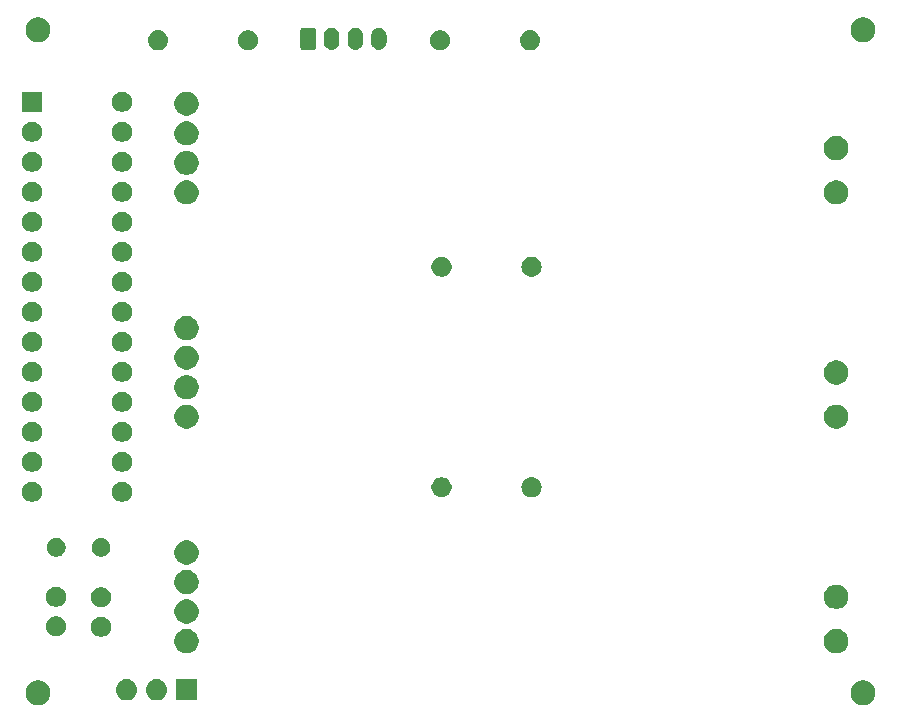
<source format=gbr>
G04 #@! TF.GenerationSoftware,KiCad,Pcbnew,(5.1.4-0-10_14)*
G04 #@! TF.CreationDate,2020-03-12T21:14:11-05:00*
G04 #@! TF.ProjectId,I2C_Front_Forearm_Mini,4932435f-4672-46f6-9e74-5f466f726561,rev?*
G04 #@! TF.SameCoordinates,Original*
G04 #@! TF.FileFunction,Soldermask,Bot*
G04 #@! TF.FilePolarity,Negative*
%FSLAX46Y46*%
G04 Gerber Fmt 4.6, Leading zero omitted, Abs format (unit mm)*
G04 Created by KiCad (PCBNEW (5.1.4-0-10_14)) date 2020-03-12 21:14:11*
%MOMM*%
%LPD*%
G04 APERTURE LIST*
%ADD10C,0.100000*%
G04 APERTURE END LIST*
D10*
G36*
X190679564Y-133482389D02*
G01*
X190870833Y-133561615D01*
X190870835Y-133561616D01*
X190926507Y-133598815D01*
X191042973Y-133676635D01*
X191189365Y-133823027D01*
X191304385Y-133995167D01*
X191383611Y-134186436D01*
X191424000Y-134389484D01*
X191424000Y-134596516D01*
X191383611Y-134799564D01*
X191304385Y-134990833D01*
X191304384Y-134990835D01*
X191189365Y-135162973D01*
X191042973Y-135309365D01*
X190870835Y-135424384D01*
X190870834Y-135424385D01*
X190870833Y-135424385D01*
X190679564Y-135503611D01*
X190476516Y-135544000D01*
X190269484Y-135544000D01*
X190066436Y-135503611D01*
X189875167Y-135424385D01*
X189875166Y-135424385D01*
X189875165Y-135424384D01*
X189703027Y-135309365D01*
X189556635Y-135162973D01*
X189441616Y-134990835D01*
X189441615Y-134990833D01*
X189362389Y-134799564D01*
X189322000Y-134596516D01*
X189322000Y-134389484D01*
X189362389Y-134186436D01*
X189441615Y-133995167D01*
X189556635Y-133823027D01*
X189703027Y-133676635D01*
X189819493Y-133598815D01*
X189875165Y-133561616D01*
X189875167Y-133561615D01*
X190066436Y-133482389D01*
X190269484Y-133442000D01*
X190476516Y-133442000D01*
X190679564Y-133482389D01*
X190679564Y-133482389D01*
G37*
G36*
X120829564Y-133482389D02*
G01*
X121020833Y-133561615D01*
X121020835Y-133561616D01*
X121076507Y-133598815D01*
X121192973Y-133676635D01*
X121339365Y-133823027D01*
X121454385Y-133995167D01*
X121533611Y-134186436D01*
X121574000Y-134389484D01*
X121574000Y-134596516D01*
X121533611Y-134799564D01*
X121454385Y-134990833D01*
X121454384Y-134990835D01*
X121339365Y-135162973D01*
X121192973Y-135309365D01*
X121020835Y-135424384D01*
X121020834Y-135424385D01*
X121020833Y-135424385D01*
X120829564Y-135503611D01*
X120626516Y-135544000D01*
X120419484Y-135544000D01*
X120216436Y-135503611D01*
X120025167Y-135424385D01*
X120025166Y-135424385D01*
X120025165Y-135424384D01*
X119853027Y-135309365D01*
X119706635Y-135162973D01*
X119591616Y-134990835D01*
X119591615Y-134990833D01*
X119512389Y-134799564D01*
X119472000Y-134596516D01*
X119472000Y-134389484D01*
X119512389Y-134186436D01*
X119591615Y-133995167D01*
X119706635Y-133823027D01*
X119853027Y-133676635D01*
X119969493Y-133598815D01*
X120025165Y-133561616D01*
X120025167Y-133561615D01*
X120216436Y-133482389D01*
X120419484Y-133442000D01*
X120626516Y-133442000D01*
X120829564Y-133482389D01*
X120829564Y-133482389D01*
G37*
G36*
X128126442Y-133344518D02*
G01*
X128192627Y-133351037D01*
X128362466Y-133402557D01*
X128518991Y-133486222D01*
X128554729Y-133515552D01*
X128656186Y-133598814D01*
X128720051Y-133676635D01*
X128768778Y-133736009D01*
X128852443Y-133892534D01*
X128903963Y-134062373D01*
X128921359Y-134239000D01*
X128903963Y-134415627D01*
X128852443Y-134585466D01*
X128768778Y-134741991D01*
X128739448Y-134777729D01*
X128656186Y-134879186D01*
X128554729Y-134962448D01*
X128518991Y-134991778D01*
X128362466Y-135075443D01*
X128192627Y-135126963D01*
X128126443Y-135133481D01*
X128060260Y-135140000D01*
X127971740Y-135140000D01*
X127905557Y-135133481D01*
X127839373Y-135126963D01*
X127669534Y-135075443D01*
X127513009Y-134991778D01*
X127477271Y-134962448D01*
X127375814Y-134879186D01*
X127292552Y-134777729D01*
X127263222Y-134741991D01*
X127179557Y-134585466D01*
X127128037Y-134415627D01*
X127110641Y-134239000D01*
X127128037Y-134062373D01*
X127179557Y-133892534D01*
X127263222Y-133736009D01*
X127311949Y-133676635D01*
X127375814Y-133598814D01*
X127477271Y-133515552D01*
X127513009Y-133486222D01*
X127669534Y-133402557D01*
X127839373Y-133351037D01*
X127905558Y-133344518D01*
X127971740Y-133338000D01*
X128060260Y-133338000D01*
X128126442Y-133344518D01*
X128126442Y-133344518D01*
G37*
G36*
X133997000Y-135140000D02*
G01*
X132195000Y-135140000D01*
X132195000Y-133338000D01*
X133997000Y-133338000D01*
X133997000Y-135140000D01*
X133997000Y-135140000D01*
G37*
G36*
X130666442Y-133344518D02*
G01*
X130732627Y-133351037D01*
X130902466Y-133402557D01*
X131058991Y-133486222D01*
X131094729Y-133515552D01*
X131196186Y-133598814D01*
X131260051Y-133676635D01*
X131308778Y-133736009D01*
X131392443Y-133892534D01*
X131443963Y-134062373D01*
X131461359Y-134239000D01*
X131443963Y-134415627D01*
X131392443Y-134585466D01*
X131308778Y-134741991D01*
X131279448Y-134777729D01*
X131196186Y-134879186D01*
X131094729Y-134962448D01*
X131058991Y-134991778D01*
X130902466Y-135075443D01*
X130732627Y-135126963D01*
X130666443Y-135133481D01*
X130600260Y-135140000D01*
X130511740Y-135140000D01*
X130445557Y-135133481D01*
X130379373Y-135126963D01*
X130209534Y-135075443D01*
X130053009Y-134991778D01*
X130017271Y-134962448D01*
X129915814Y-134879186D01*
X129832552Y-134777729D01*
X129803222Y-134741991D01*
X129719557Y-134585466D01*
X129668037Y-134415627D01*
X129650641Y-134239000D01*
X129668037Y-134062373D01*
X129719557Y-133892534D01*
X129803222Y-133736009D01*
X129851949Y-133676635D01*
X129915814Y-133598814D01*
X130017271Y-133515552D01*
X130053009Y-133486222D01*
X130209534Y-133402557D01*
X130379373Y-133351037D01*
X130445558Y-133344518D01*
X130511740Y-133338000D01*
X130600260Y-133338000D01*
X130666442Y-133344518D01*
X130666442Y-133344518D01*
G37*
G36*
X188395272Y-129135428D02*
G01*
X188581991Y-129212770D01*
X188581993Y-129212771D01*
X188750037Y-129325054D01*
X188892946Y-129467963D01*
X188993964Y-129619148D01*
X189005230Y-129636009D01*
X189082572Y-129822728D01*
X189122000Y-130020947D01*
X189122000Y-130223053D01*
X189082572Y-130421272D01*
X189005230Y-130607991D01*
X189005229Y-130607993D01*
X188892946Y-130776037D01*
X188750037Y-130918946D01*
X188581993Y-131031229D01*
X188581992Y-131031230D01*
X188581991Y-131031230D01*
X188395272Y-131108572D01*
X188197053Y-131148000D01*
X187994947Y-131148000D01*
X187796728Y-131108572D01*
X187610009Y-131031230D01*
X187610008Y-131031230D01*
X187610007Y-131031229D01*
X187441963Y-130918946D01*
X187299054Y-130776037D01*
X187186771Y-130607993D01*
X187186770Y-130607991D01*
X187109428Y-130421272D01*
X187070000Y-130223053D01*
X187070000Y-130020947D01*
X187109428Y-129822728D01*
X187186770Y-129636009D01*
X187198036Y-129619148D01*
X187299054Y-129467963D01*
X187441963Y-129325054D01*
X187610007Y-129212771D01*
X187610009Y-129212770D01*
X187796728Y-129135428D01*
X187994947Y-129096000D01*
X188197053Y-129096000D01*
X188395272Y-129135428D01*
X188395272Y-129135428D01*
G37*
G36*
X133395272Y-129135428D02*
G01*
X133581991Y-129212770D01*
X133581993Y-129212771D01*
X133750037Y-129325054D01*
X133892946Y-129467963D01*
X133993964Y-129619148D01*
X134005230Y-129636009D01*
X134082572Y-129822728D01*
X134122000Y-130020947D01*
X134122000Y-130223053D01*
X134082572Y-130421272D01*
X134005230Y-130607991D01*
X134005229Y-130607993D01*
X133892946Y-130776037D01*
X133750037Y-130918946D01*
X133581993Y-131031229D01*
X133581992Y-131031230D01*
X133581991Y-131031230D01*
X133395272Y-131108572D01*
X133197053Y-131148000D01*
X132994947Y-131148000D01*
X132796728Y-131108572D01*
X132610009Y-131031230D01*
X132610008Y-131031230D01*
X132610007Y-131031229D01*
X132441963Y-130918946D01*
X132299054Y-130776037D01*
X132186771Y-130607993D01*
X132186770Y-130607991D01*
X132109428Y-130421272D01*
X132070000Y-130223053D01*
X132070000Y-130020947D01*
X132109428Y-129822728D01*
X132186770Y-129636009D01*
X132198036Y-129619148D01*
X132299054Y-129467963D01*
X132441963Y-129325054D01*
X132610007Y-129212771D01*
X132610009Y-129212770D01*
X132796728Y-129135428D01*
X132994947Y-129096000D01*
X133197053Y-129096000D01*
X133395272Y-129135428D01*
X133395272Y-129135428D01*
G37*
G36*
X126105228Y-128086703D02*
G01*
X126260100Y-128150853D01*
X126399481Y-128243985D01*
X126518015Y-128362519D01*
X126611147Y-128501900D01*
X126675297Y-128656772D01*
X126708000Y-128821184D01*
X126708000Y-128988816D01*
X126675297Y-129153228D01*
X126611147Y-129308100D01*
X126518015Y-129447481D01*
X126399481Y-129566015D01*
X126260100Y-129659147D01*
X126105228Y-129723297D01*
X125940816Y-129756000D01*
X125773184Y-129756000D01*
X125608772Y-129723297D01*
X125453900Y-129659147D01*
X125314519Y-129566015D01*
X125195985Y-129447481D01*
X125102853Y-129308100D01*
X125038703Y-129153228D01*
X125006000Y-128988816D01*
X125006000Y-128821184D01*
X125038703Y-128656772D01*
X125102853Y-128501900D01*
X125195985Y-128362519D01*
X125314519Y-128243985D01*
X125453900Y-128150853D01*
X125608772Y-128086703D01*
X125773184Y-128054000D01*
X125940816Y-128054000D01*
X126105228Y-128086703D01*
X126105228Y-128086703D01*
G37*
G36*
X122295228Y-128046703D02*
G01*
X122450100Y-128110853D01*
X122589481Y-128203985D01*
X122708015Y-128322519D01*
X122801147Y-128461900D01*
X122865297Y-128616772D01*
X122898000Y-128781184D01*
X122898000Y-128948816D01*
X122865297Y-129113228D01*
X122801147Y-129268100D01*
X122708015Y-129407481D01*
X122589481Y-129526015D01*
X122450100Y-129619147D01*
X122295228Y-129683297D01*
X122130816Y-129716000D01*
X121963184Y-129716000D01*
X121798772Y-129683297D01*
X121643900Y-129619147D01*
X121504519Y-129526015D01*
X121385985Y-129407481D01*
X121292853Y-129268100D01*
X121228703Y-129113228D01*
X121196000Y-128948816D01*
X121196000Y-128781184D01*
X121228703Y-128616772D01*
X121292853Y-128461900D01*
X121385985Y-128322519D01*
X121504519Y-128203985D01*
X121643900Y-128110853D01*
X121798772Y-128046703D01*
X121963184Y-128014000D01*
X122130816Y-128014000D01*
X122295228Y-128046703D01*
X122295228Y-128046703D01*
G37*
G36*
X133395272Y-126635428D02*
G01*
X133581991Y-126712770D01*
X133581993Y-126712771D01*
X133750037Y-126825054D01*
X133892946Y-126967963D01*
X133993964Y-127119148D01*
X134005230Y-127136009D01*
X134082572Y-127322728D01*
X134122000Y-127520947D01*
X134122000Y-127723053D01*
X134082572Y-127921272D01*
X134027594Y-128054000D01*
X134005229Y-128107993D01*
X133892946Y-128276037D01*
X133750037Y-128418946D01*
X133581993Y-128531229D01*
X133581992Y-128531230D01*
X133581991Y-128531230D01*
X133395272Y-128608572D01*
X133197053Y-128648000D01*
X132994947Y-128648000D01*
X132796728Y-128608572D01*
X132610009Y-128531230D01*
X132610008Y-128531230D01*
X132610007Y-128531229D01*
X132441963Y-128418946D01*
X132299054Y-128276037D01*
X132186771Y-128107993D01*
X132164406Y-128054000D01*
X132109428Y-127921272D01*
X132070000Y-127723053D01*
X132070000Y-127520947D01*
X132109428Y-127322728D01*
X132186770Y-127136009D01*
X132198036Y-127119148D01*
X132299054Y-126967963D01*
X132441963Y-126825054D01*
X132610007Y-126712771D01*
X132610009Y-126712770D01*
X132796728Y-126635428D01*
X132994947Y-126596000D01*
X133197053Y-126596000D01*
X133395272Y-126635428D01*
X133395272Y-126635428D01*
G37*
G36*
X188395272Y-125385428D02*
G01*
X188581991Y-125462770D01*
X188581993Y-125462771D01*
X188750037Y-125575054D01*
X188892946Y-125717963D01*
X189005229Y-125886007D01*
X189005230Y-125886009D01*
X189082572Y-126072728D01*
X189122000Y-126270947D01*
X189122000Y-126473053D01*
X189082572Y-126671272D01*
X189018873Y-126825054D01*
X189005229Y-126857993D01*
X188892946Y-127026037D01*
X188750037Y-127168946D01*
X188581993Y-127281229D01*
X188581992Y-127281230D01*
X188581991Y-127281230D01*
X188395272Y-127358572D01*
X188197053Y-127398000D01*
X187994947Y-127398000D01*
X187796728Y-127358572D01*
X187610009Y-127281230D01*
X187610008Y-127281230D01*
X187610007Y-127281229D01*
X187441963Y-127168946D01*
X187299054Y-127026037D01*
X187186771Y-126857993D01*
X187173127Y-126825054D01*
X187109428Y-126671272D01*
X187070000Y-126473053D01*
X187070000Y-126270947D01*
X187109428Y-126072728D01*
X187186770Y-125886009D01*
X187186771Y-125886007D01*
X187299054Y-125717963D01*
X187441963Y-125575054D01*
X187610007Y-125462771D01*
X187610009Y-125462770D01*
X187796728Y-125385428D01*
X187994947Y-125346000D01*
X188197053Y-125346000D01*
X188395272Y-125385428D01*
X188395272Y-125385428D01*
G37*
G36*
X126105228Y-125586703D02*
G01*
X126260100Y-125650853D01*
X126399481Y-125743985D01*
X126518015Y-125862519D01*
X126611147Y-126001900D01*
X126675297Y-126156772D01*
X126708000Y-126321184D01*
X126708000Y-126488816D01*
X126675297Y-126653228D01*
X126611147Y-126808100D01*
X126518015Y-126947481D01*
X126399481Y-127066015D01*
X126260100Y-127159147D01*
X126105228Y-127223297D01*
X125940816Y-127256000D01*
X125773184Y-127256000D01*
X125608772Y-127223297D01*
X125453900Y-127159147D01*
X125314519Y-127066015D01*
X125195985Y-126947481D01*
X125102853Y-126808100D01*
X125038703Y-126653228D01*
X125006000Y-126488816D01*
X125006000Y-126321184D01*
X125038703Y-126156772D01*
X125102853Y-126001900D01*
X125195985Y-125862519D01*
X125314519Y-125743985D01*
X125453900Y-125650853D01*
X125608772Y-125586703D01*
X125773184Y-125554000D01*
X125940816Y-125554000D01*
X126105228Y-125586703D01*
X126105228Y-125586703D01*
G37*
G36*
X122295228Y-125546703D02*
G01*
X122450100Y-125610853D01*
X122589481Y-125703985D01*
X122708015Y-125822519D01*
X122801147Y-125961900D01*
X122865297Y-126116772D01*
X122898000Y-126281184D01*
X122898000Y-126448816D01*
X122865297Y-126613228D01*
X122801147Y-126768100D01*
X122708015Y-126907481D01*
X122589481Y-127026015D01*
X122450100Y-127119147D01*
X122295228Y-127183297D01*
X122130816Y-127216000D01*
X121963184Y-127216000D01*
X121798772Y-127183297D01*
X121643900Y-127119147D01*
X121504519Y-127026015D01*
X121385985Y-126907481D01*
X121292853Y-126768100D01*
X121228703Y-126613228D01*
X121196000Y-126448816D01*
X121196000Y-126281184D01*
X121228703Y-126116772D01*
X121292853Y-125961900D01*
X121385985Y-125822519D01*
X121504519Y-125703985D01*
X121643900Y-125610853D01*
X121798772Y-125546703D01*
X121963184Y-125514000D01*
X122130816Y-125514000D01*
X122295228Y-125546703D01*
X122295228Y-125546703D01*
G37*
G36*
X133395272Y-124135428D02*
G01*
X133581991Y-124212770D01*
X133581993Y-124212771D01*
X133750037Y-124325054D01*
X133892946Y-124467963D01*
X134005229Y-124636007D01*
X134005230Y-124636009D01*
X134082572Y-124822728D01*
X134122000Y-125020947D01*
X134122000Y-125223053D01*
X134082572Y-125421272D01*
X134027594Y-125554000D01*
X134005229Y-125607993D01*
X133892946Y-125776037D01*
X133750037Y-125918946D01*
X133581993Y-126031229D01*
X133581992Y-126031230D01*
X133581991Y-126031230D01*
X133395272Y-126108572D01*
X133197053Y-126148000D01*
X132994947Y-126148000D01*
X132796728Y-126108572D01*
X132610009Y-126031230D01*
X132610008Y-126031230D01*
X132610007Y-126031229D01*
X132441963Y-125918946D01*
X132299054Y-125776037D01*
X132186771Y-125607993D01*
X132164406Y-125554000D01*
X132109428Y-125421272D01*
X132070000Y-125223053D01*
X132070000Y-125020947D01*
X132109428Y-124822728D01*
X132186770Y-124636009D01*
X132186771Y-124636007D01*
X132299054Y-124467963D01*
X132441963Y-124325054D01*
X132610007Y-124212771D01*
X132610009Y-124212770D01*
X132796728Y-124135428D01*
X132994947Y-124096000D01*
X133197053Y-124096000D01*
X133395272Y-124135428D01*
X133395272Y-124135428D01*
G37*
G36*
X133395272Y-121635428D02*
G01*
X133581991Y-121712770D01*
X133581993Y-121712771D01*
X133750037Y-121825054D01*
X133892946Y-121967963D01*
X133977901Y-122095108D01*
X134005230Y-122136009D01*
X134082572Y-122322728D01*
X134122000Y-122520947D01*
X134122000Y-122723053D01*
X134082572Y-122921272D01*
X134060317Y-122975000D01*
X134005229Y-123107993D01*
X133892946Y-123276037D01*
X133750037Y-123418946D01*
X133581993Y-123531229D01*
X133581992Y-123531230D01*
X133581991Y-123531230D01*
X133395272Y-123608572D01*
X133197053Y-123648000D01*
X132994947Y-123648000D01*
X132796728Y-123608572D01*
X132610009Y-123531230D01*
X132610008Y-123531230D01*
X132610007Y-123531229D01*
X132441963Y-123418946D01*
X132299054Y-123276037D01*
X132186771Y-123107993D01*
X132131683Y-122975000D01*
X132109428Y-122921272D01*
X132070000Y-122723053D01*
X132070000Y-122520947D01*
X132109428Y-122322728D01*
X132186770Y-122136009D01*
X132214099Y-122095108D01*
X132299054Y-121967963D01*
X132441963Y-121825054D01*
X132610007Y-121712771D01*
X132610009Y-121712770D01*
X132796728Y-121635428D01*
X132994947Y-121596000D01*
X133197053Y-121596000D01*
X133395272Y-121635428D01*
X133395272Y-121635428D01*
G37*
G36*
X122290642Y-121403781D02*
G01*
X122436414Y-121464162D01*
X122436416Y-121464163D01*
X122567608Y-121551822D01*
X122679178Y-121663392D01*
X122766837Y-121794584D01*
X122766838Y-121794586D01*
X122827219Y-121940358D01*
X122858000Y-122095107D01*
X122858000Y-122252893D01*
X122827219Y-122407642D01*
X122780286Y-122520947D01*
X122766837Y-122553416D01*
X122679178Y-122684608D01*
X122567608Y-122796178D01*
X122436416Y-122883837D01*
X122436415Y-122883838D01*
X122436414Y-122883838D01*
X122290642Y-122944219D01*
X122135893Y-122975000D01*
X121978107Y-122975000D01*
X121823358Y-122944219D01*
X121677586Y-122883838D01*
X121677585Y-122883838D01*
X121677584Y-122883837D01*
X121546392Y-122796178D01*
X121434822Y-122684608D01*
X121347163Y-122553416D01*
X121333714Y-122520947D01*
X121286781Y-122407642D01*
X121256000Y-122252893D01*
X121256000Y-122095107D01*
X121286781Y-121940358D01*
X121347162Y-121794586D01*
X121347163Y-121794584D01*
X121434822Y-121663392D01*
X121546392Y-121551822D01*
X121677584Y-121464163D01*
X121677586Y-121464162D01*
X121823358Y-121403781D01*
X121978107Y-121373000D01*
X122135893Y-121373000D01*
X122290642Y-121403781D01*
X122290642Y-121403781D01*
G37*
G36*
X126090642Y-121403781D02*
G01*
X126236414Y-121464162D01*
X126236416Y-121464163D01*
X126367608Y-121551822D01*
X126479178Y-121663392D01*
X126566837Y-121794584D01*
X126566838Y-121794586D01*
X126627219Y-121940358D01*
X126658000Y-122095107D01*
X126658000Y-122252893D01*
X126627219Y-122407642D01*
X126580286Y-122520947D01*
X126566837Y-122553416D01*
X126479178Y-122684608D01*
X126367608Y-122796178D01*
X126236416Y-122883837D01*
X126236415Y-122883838D01*
X126236414Y-122883838D01*
X126090642Y-122944219D01*
X125935893Y-122975000D01*
X125778107Y-122975000D01*
X125623358Y-122944219D01*
X125477586Y-122883838D01*
X125477585Y-122883838D01*
X125477584Y-122883837D01*
X125346392Y-122796178D01*
X125234822Y-122684608D01*
X125147163Y-122553416D01*
X125133714Y-122520947D01*
X125086781Y-122407642D01*
X125056000Y-122252893D01*
X125056000Y-122095107D01*
X125086781Y-121940358D01*
X125147162Y-121794586D01*
X125147163Y-121794584D01*
X125234822Y-121663392D01*
X125346392Y-121551822D01*
X125477584Y-121464163D01*
X125477586Y-121464162D01*
X125623358Y-121403781D01*
X125778107Y-121373000D01*
X125935893Y-121373000D01*
X126090642Y-121403781D01*
X126090642Y-121403781D01*
G37*
G36*
X120263228Y-116656703D02*
G01*
X120418100Y-116720853D01*
X120557481Y-116813985D01*
X120676015Y-116932519D01*
X120769147Y-117071900D01*
X120833297Y-117226772D01*
X120866000Y-117391184D01*
X120866000Y-117558816D01*
X120833297Y-117723228D01*
X120769147Y-117878100D01*
X120676015Y-118017481D01*
X120557481Y-118136015D01*
X120418100Y-118229147D01*
X120263228Y-118293297D01*
X120098816Y-118326000D01*
X119931184Y-118326000D01*
X119766772Y-118293297D01*
X119611900Y-118229147D01*
X119472519Y-118136015D01*
X119353985Y-118017481D01*
X119260853Y-117878100D01*
X119196703Y-117723228D01*
X119164000Y-117558816D01*
X119164000Y-117391184D01*
X119196703Y-117226772D01*
X119260853Y-117071900D01*
X119353985Y-116932519D01*
X119472519Y-116813985D01*
X119611900Y-116720853D01*
X119766772Y-116656703D01*
X119931184Y-116624000D01*
X120098816Y-116624000D01*
X120263228Y-116656703D01*
X120263228Y-116656703D01*
G37*
G36*
X127883228Y-116656703D02*
G01*
X128038100Y-116720853D01*
X128177481Y-116813985D01*
X128296015Y-116932519D01*
X128389147Y-117071900D01*
X128453297Y-117226772D01*
X128486000Y-117391184D01*
X128486000Y-117558816D01*
X128453297Y-117723228D01*
X128389147Y-117878100D01*
X128296015Y-118017481D01*
X128177481Y-118136015D01*
X128038100Y-118229147D01*
X127883228Y-118293297D01*
X127718816Y-118326000D01*
X127551184Y-118326000D01*
X127386772Y-118293297D01*
X127231900Y-118229147D01*
X127092519Y-118136015D01*
X126973985Y-118017481D01*
X126880853Y-117878100D01*
X126816703Y-117723228D01*
X126784000Y-117558816D01*
X126784000Y-117391184D01*
X126816703Y-117226772D01*
X126880853Y-117071900D01*
X126973985Y-116932519D01*
X127092519Y-116813985D01*
X127231900Y-116720853D01*
X127386772Y-116656703D01*
X127551184Y-116624000D01*
X127718816Y-116624000D01*
X127883228Y-116656703D01*
X127883228Y-116656703D01*
G37*
G36*
X154934228Y-116275703D02*
G01*
X155089100Y-116339853D01*
X155228481Y-116432985D01*
X155347015Y-116551519D01*
X155440147Y-116690900D01*
X155504297Y-116845772D01*
X155537000Y-117010184D01*
X155537000Y-117177816D01*
X155504297Y-117342228D01*
X155440147Y-117497100D01*
X155347015Y-117636481D01*
X155228481Y-117755015D01*
X155089100Y-117848147D01*
X154934228Y-117912297D01*
X154769816Y-117945000D01*
X154602184Y-117945000D01*
X154437772Y-117912297D01*
X154282900Y-117848147D01*
X154143519Y-117755015D01*
X154024985Y-117636481D01*
X153931853Y-117497100D01*
X153867703Y-117342228D01*
X153835000Y-117177816D01*
X153835000Y-117010184D01*
X153867703Y-116845772D01*
X153931853Y-116690900D01*
X154024985Y-116551519D01*
X154143519Y-116432985D01*
X154282900Y-116339853D01*
X154437772Y-116275703D01*
X154602184Y-116243000D01*
X154769816Y-116243000D01*
X154934228Y-116275703D01*
X154934228Y-116275703D01*
G37*
G36*
X162472823Y-116255313D02*
G01*
X162633242Y-116303976D01*
X162700361Y-116339852D01*
X162781078Y-116382996D01*
X162910659Y-116489341D01*
X163017004Y-116618922D01*
X163017005Y-116618924D01*
X163096024Y-116766758D01*
X163144687Y-116927177D01*
X163161117Y-117094000D01*
X163144687Y-117260823D01*
X163096024Y-117421242D01*
X163055477Y-117497100D01*
X163017004Y-117569078D01*
X162910659Y-117698659D01*
X162781078Y-117805004D01*
X162781076Y-117805005D01*
X162633242Y-117884024D01*
X162472823Y-117932687D01*
X162347804Y-117945000D01*
X162264196Y-117945000D01*
X162139177Y-117932687D01*
X161978758Y-117884024D01*
X161830924Y-117805005D01*
X161830922Y-117805004D01*
X161701341Y-117698659D01*
X161594996Y-117569078D01*
X161556523Y-117497100D01*
X161515976Y-117421242D01*
X161467313Y-117260823D01*
X161450883Y-117094000D01*
X161467313Y-116927177D01*
X161515976Y-116766758D01*
X161594995Y-116618924D01*
X161594996Y-116618922D01*
X161701341Y-116489341D01*
X161830922Y-116382996D01*
X161911639Y-116339852D01*
X161978758Y-116303976D01*
X162139177Y-116255313D01*
X162264196Y-116243000D01*
X162347804Y-116243000D01*
X162472823Y-116255313D01*
X162472823Y-116255313D01*
G37*
G36*
X127883228Y-114116703D02*
G01*
X128038100Y-114180853D01*
X128177481Y-114273985D01*
X128296015Y-114392519D01*
X128389147Y-114531900D01*
X128453297Y-114686772D01*
X128486000Y-114851184D01*
X128486000Y-115018816D01*
X128453297Y-115183228D01*
X128389147Y-115338100D01*
X128296015Y-115477481D01*
X128177481Y-115596015D01*
X128038100Y-115689147D01*
X127883228Y-115753297D01*
X127718816Y-115786000D01*
X127551184Y-115786000D01*
X127386772Y-115753297D01*
X127231900Y-115689147D01*
X127092519Y-115596015D01*
X126973985Y-115477481D01*
X126880853Y-115338100D01*
X126816703Y-115183228D01*
X126784000Y-115018816D01*
X126784000Y-114851184D01*
X126816703Y-114686772D01*
X126880853Y-114531900D01*
X126973985Y-114392519D01*
X127092519Y-114273985D01*
X127231900Y-114180853D01*
X127386772Y-114116703D01*
X127551184Y-114084000D01*
X127718816Y-114084000D01*
X127883228Y-114116703D01*
X127883228Y-114116703D01*
G37*
G36*
X120263228Y-114116703D02*
G01*
X120418100Y-114180853D01*
X120557481Y-114273985D01*
X120676015Y-114392519D01*
X120769147Y-114531900D01*
X120833297Y-114686772D01*
X120866000Y-114851184D01*
X120866000Y-115018816D01*
X120833297Y-115183228D01*
X120769147Y-115338100D01*
X120676015Y-115477481D01*
X120557481Y-115596015D01*
X120418100Y-115689147D01*
X120263228Y-115753297D01*
X120098816Y-115786000D01*
X119931184Y-115786000D01*
X119766772Y-115753297D01*
X119611900Y-115689147D01*
X119472519Y-115596015D01*
X119353985Y-115477481D01*
X119260853Y-115338100D01*
X119196703Y-115183228D01*
X119164000Y-115018816D01*
X119164000Y-114851184D01*
X119196703Y-114686772D01*
X119260853Y-114531900D01*
X119353985Y-114392519D01*
X119472519Y-114273985D01*
X119611900Y-114180853D01*
X119766772Y-114116703D01*
X119931184Y-114084000D01*
X120098816Y-114084000D01*
X120263228Y-114116703D01*
X120263228Y-114116703D01*
G37*
G36*
X120263228Y-111576703D02*
G01*
X120418100Y-111640853D01*
X120557481Y-111733985D01*
X120676015Y-111852519D01*
X120769147Y-111991900D01*
X120833297Y-112146772D01*
X120866000Y-112311184D01*
X120866000Y-112478816D01*
X120833297Y-112643228D01*
X120769147Y-112798100D01*
X120676015Y-112937481D01*
X120557481Y-113056015D01*
X120418100Y-113149147D01*
X120263228Y-113213297D01*
X120098816Y-113246000D01*
X119931184Y-113246000D01*
X119766772Y-113213297D01*
X119611900Y-113149147D01*
X119472519Y-113056015D01*
X119353985Y-112937481D01*
X119260853Y-112798100D01*
X119196703Y-112643228D01*
X119164000Y-112478816D01*
X119164000Y-112311184D01*
X119196703Y-112146772D01*
X119260853Y-111991900D01*
X119353985Y-111852519D01*
X119472519Y-111733985D01*
X119611900Y-111640853D01*
X119766772Y-111576703D01*
X119931184Y-111544000D01*
X120098816Y-111544000D01*
X120263228Y-111576703D01*
X120263228Y-111576703D01*
G37*
G36*
X127883228Y-111576703D02*
G01*
X128038100Y-111640853D01*
X128177481Y-111733985D01*
X128296015Y-111852519D01*
X128389147Y-111991900D01*
X128453297Y-112146772D01*
X128486000Y-112311184D01*
X128486000Y-112478816D01*
X128453297Y-112643228D01*
X128389147Y-112798100D01*
X128296015Y-112937481D01*
X128177481Y-113056015D01*
X128038100Y-113149147D01*
X127883228Y-113213297D01*
X127718816Y-113246000D01*
X127551184Y-113246000D01*
X127386772Y-113213297D01*
X127231900Y-113149147D01*
X127092519Y-113056015D01*
X126973985Y-112937481D01*
X126880853Y-112798100D01*
X126816703Y-112643228D01*
X126784000Y-112478816D01*
X126784000Y-112311184D01*
X126816703Y-112146772D01*
X126880853Y-111991900D01*
X126973985Y-111852519D01*
X127092519Y-111733985D01*
X127231900Y-111640853D01*
X127386772Y-111576703D01*
X127551184Y-111544000D01*
X127718816Y-111544000D01*
X127883228Y-111576703D01*
X127883228Y-111576703D01*
G37*
G36*
X133395272Y-110135428D02*
G01*
X133581991Y-110212770D01*
X133581993Y-110212771D01*
X133750037Y-110325054D01*
X133892946Y-110467963D01*
X133987282Y-110609148D01*
X134005230Y-110636009D01*
X134082572Y-110822728D01*
X134122000Y-111020947D01*
X134122000Y-111223053D01*
X134082572Y-111421272D01*
X134031736Y-111544000D01*
X134005229Y-111607993D01*
X133892946Y-111776037D01*
X133750037Y-111918946D01*
X133581993Y-112031229D01*
X133581992Y-112031230D01*
X133581991Y-112031230D01*
X133395272Y-112108572D01*
X133197053Y-112148000D01*
X132994947Y-112148000D01*
X132796728Y-112108572D01*
X132610009Y-112031230D01*
X132610008Y-112031230D01*
X132610007Y-112031229D01*
X132441963Y-111918946D01*
X132299054Y-111776037D01*
X132186771Y-111607993D01*
X132160264Y-111544000D01*
X132109428Y-111421272D01*
X132070000Y-111223053D01*
X132070000Y-111020947D01*
X132109428Y-110822728D01*
X132186770Y-110636009D01*
X132204718Y-110609148D01*
X132299054Y-110467963D01*
X132441963Y-110325054D01*
X132610007Y-110212771D01*
X132610009Y-110212770D01*
X132796728Y-110135428D01*
X132994947Y-110096000D01*
X133197053Y-110096000D01*
X133395272Y-110135428D01*
X133395272Y-110135428D01*
G37*
G36*
X188395272Y-110135428D02*
G01*
X188581991Y-110212770D01*
X188581993Y-110212771D01*
X188750037Y-110325054D01*
X188892946Y-110467963D01*
X188987282Y-110609148D01*
X189005230Y-110636009D01*
X189082572Y-110822728D01*
X189122000Y-111020947D01*
X189122000Y-111223053D01*
X189082572Y-111421272D01*
X189031736Y-111544000D01*
X189005229Y-111607993D01*
X188892946Y-111776037D01*
X188750037Y-111918946D01*
X188581993Y-112031229D01*
X188581992Y-112031230D01*
X188581991Y-112031230D01*
X188395272Y-112108572D01*
X188197053Y-112148000D01*
X187994947Y-112148000D01*
X187796728Y-112108572D01*
X187610009Y-112031230D01*
X187610008Y-112031230D01*
X187610007Y-112031229D01*
X187441963Y-111918946D01*
X187299054Y-111776037D01*
X187186771Y-111607993D01*
X187160264Y-111544000D01*
X187109428Y-111421272D01*
X187070000Y-111223053D01*
X187070000Y-111020947D01*
X187109428Y-110822728D01*
X187186770Y-110636009D01*
X187204718Y-110609148D01*
X187299054Y-110467963D01*
X187441963Y-110325054D01*
X187610007Y-110212771D01*
X187610009Y-110212770D01*
X187796728Y-110135428D01*
X187994947Y-110096000D01*
X188197053Y-110096000D01*
X188395272Y-110135428D01*
X188395272Y-110135428D01*
G37*
G36*
X127883228Y-109036703D02*
G01*
X128038100Y-109100853D01*
X128177481Y-109193985D01*
X128296015Y-109312519D01*
X128389147Y-109451900D01*
X128453297Y-109606772D01*
X128486000Y-109771184D01*
X128486000Y-109938816D01*
X128453297Y-110103228D01*
X128389147Y-110258100D01*
X128296015Y-110397481D01*
X128177481Y-110516015D01*
X128038100Y-110609147D01*
X127883228Y-110673297D01*
X127718816Y-110706000D01*
X127551184Y-110706000D01*
X127386772Y-110673297D01*
X127231900Y-110609147D01*
X127092519Y-110516015D01*
X126973985Y-110397481D01*
X126880853Y-110258100D01*
X126816703Y-110103228D01*
X126784000Y-109938816D01*
X126784000Y-109771184D01*
X126816703Y-109606772D01*
X126880853Y-109451900D01*
X126973985Y-109312519D01*
X127092519Y-109193985D01*
X127231900Y-109100853D01*
X127386772Y-109036703D01*
X127551184Y-109004000D01*
X127718816Y-109004000D01*
X127883228Y-109036703D01*
X127883228Y-109036703D01*
G37*
G36*
X120263228Y-109036703D02*
G01*
X120418100Y-109100853D01*
X120557481Y-109193985D01*
X120676015Y-109312519D01*
X120769147Y-109451900D01*
X120833297Y-109606772D01*
X120866000Y-109771184D01*
X120866000Y-109938816D01*
X120833297Y-110103228D01*
X120769147Y-110258100D01*
X120676015Y-110397481D01*
X120557481Y-110516015D01*
X120418100Y-110609147D01*
X120263228Y-110673297D01*
X120098816Y-110706000D01*
X119931184Y-110706000D01*
X119766772Y-110673297D01*
X119611900Y-110609147D01*
X119472519Y-110516015D01*
X119353985Y-110397481D01*
X119260853Y-110258100D01*
X119196703Y-110103228D01*
X119164000Y-109938816D01*
X119164000Y-109771184D01*
X119196703Y-109606772D01*
X119260853Y-109451900D01*
X119353985Y-109312519D01*
X119472519Y-109193985D01*
X119611900Y-109100853D01*
X119766772Y-109036703D01*
X119931184Y-109004000D01*
X120098816Y-109004000D01*
X120263228Y-109036703D01*
X120263228Y-109036703D01*
G37*
G36*
X133395272Y-107635428D02*
G01*
X133581991Y-107712770D01*
X133581993Y-107712771D01*
X133750037Y-107825054D01*
X133892946Y-107967963D01*
X133960555Y-108069148D01*
X134005230Y-108136009D01*
X134082572Y-108322728D01*
X134122000Y-108520947D01*
X134122000Y-108723053D01*
X134082572Y-108921272D01*
X134005230Y-109107991D01*
X134005229Y-109107993D01*
X133892946Y-109276037D01*
X133750037Y-109418946D01*
X133581993Y-109531229D01*
X133581992Y-109531230D01*
X133581991Y-109531230D01*
X133395272Y-109608572D01*
X133197053Y-109648000D01*
X132994947Y-109648000D01*
X132796728Y-109608572D01*
X132610009Y-109531230D01*
X132610008Y-109531230D01*
X132610007Y-109531229D01*
X132441963Y-109418946D01*
X132299054Y-109276037D01*
X132186771Y-109107993D01*
X132186770Y-109107991D01*
X132109428Y-108921272D01*
X132070000Y-108723053D01*
X132070000Y-108520947D01*
X132109428Y-108322728D01*
X132186770Y-108136009D01*
X132231445Y-108069148D01*
X132299054Y-107967963D01*
X132441963Y-107825054D01*
X132610007Y-107712771D01*
X132610009Y-107712770D01*
X132796728Y-107635428D01*
X132994947Y-107596000D01*
X133197053Y-107596000D01*
X133395272Y-107635428D01*
X133395272Y-107635428D01*
G37*
G36*
X188395272Y-106385428D02*
G01*
X188581991Y-106462770D01*
X188581993Y-106462771D01*
X188750037Y-106575054D01*
X188892946Y-106717963D01*
X189005229Y-106886007D01*
X189005230Y-106886009D01*
X189082572Y-107072728D01*
X189122000Y-107270947D01*
X189122000Y-107473053D01*
X189082572Y-107671272D01*
X189005441Y-107857481D01*
X189005229Y-107857993D01*
X188892946Y-108026037D01*
X188750037Y-108168946D01*
X188581993Y-108281229D01*
X188581992Y-108281230D01*
X188581991Y-108281230D01*
X188395272Y-108358572D01*
X188197053Y-108398000D01*
X187994947Y-108398000D01*
X187796728Y-108358572D01*
X187610009Y-108281230D01*
X187610008Y-108281230D01*
X187610007Y-108281229D01*
X187441963Y-108168946D01*
X187299054Y-108026037D01*
X187186771Y-107857993D01*
X187186559Y-107857481D01*
X187109428Y-107671272D01*
X187070000Y-107473053D01*
X187070000Y-107270947D01*
X187109428Y-107072728D01*
X187186770Y-106886009D01*
X187186771Y-106886007D01*
X187299054Y-106717963D01*
X187441963Y-106575054D01*
X187610007Y-106462771D01*
X187610009Y-106462770D01*
X187796728Y-106385428D01*
X187994947Y-106346000D01*
X188197053Y-106346000D01*
X188395272Y-106385428D01*
X188395272Y-106385428D01*
G37*
G36*
X120263228Y-106496703D02*
G01*
X120418100Y-106560853D01*
X120557481Y-106653985D01*
X120676015Y-106772519D01*
X120769147Y-106911900D01*
X120833297Y-107066772D01*
X120866000Y-107231184D01*
X120866000Y-107398816D01*
X120833297Y-107563228D01*
X120769147Y-107718100D01*
X120676015Y-107857481D01*
X120557481Y-107976015D01*
X120418100Y-108069147D01*
X120263228Y-108133297D01*
X120098816Y-108166000D01*
X119931184Y-108166000D01*
X119766772Y-108133297D01*
X119611900Y-108069147D01*
X119472519Y-107976015D01*
X119353985Y-107857481D01*
X119260853Y-107718100D01*
X119196703Y-107563228D01*
X119164000Y-107398816D01*
X119164000Y-107231184D01*
X119196703Y-107066772D01*
X119260853Y-106911900D01*
X119353985Y-106772519D01*
X119472519Y-106653985D01*
X119611900Y-106560853D01*
X119766772Y-106496703D01*
X119931184Y-106464000D01*
X120098816Y-106464000D01*
X120263228Y-106496703D01*
X120263228Y-106496703D01*
G37*
G36*
X127883228Y-106496703D02*
G01*
X128038100Y-106560853D01*
X128177481Y-106653985D01*
X128296015Y-106772519D01*
X128389147Y-106911900D01*
X128453297Y-107066772D01*
X128486000Y-107231184D01*
X128486000Y-107398816D01*
X128453297Y-107563228D01*
X128389147Y-107718100D01*
X128296015Y-107857481D01*
X128177481Y-107976015D01*
X128038100Y-108069147D01*
X127883228Y-108133297D01*
X127718816Y-108166000D01*
X127551184Y-108166000D01*
X127386772Y-108133297D01*
X127231900Y-108069147D01*
X127092519Y-107976015D01*
X126973985Y-107857481D01*
X126880853Y-107718100D01*
X126816703Y-107563228D01*
X126784000Y-107398816D01*
X126784000Y-107231184D01*
X126816703Y-107066772D01*
X126880853Y-106911900D01*
X126973985Y-106772519D01*
X127092519Y-106653985D01*
X127231900Y-106560853D01*
X127386772Y-106496703D01*
X127551184Y-106464000D01*
X127718816Y-106464000D01*
X127883228Y-106496703D01*
X127883228Y-106496703D01*
G37*
G36*
X133395272Y-105135428D02*
G01*
X133581991Y-105212770D01*
X133581993Y-105212771D01*
X133750037Y-105325054D01*
X133892946Y-105467963D01*
X134005229Y-105636007D01*
X134005230Y-105636009D01*
X134082572Y-105822728D01*
X134122000Y-106020947D01*
X134122000Y-106223053D01*
X134082572Y-106421272D01*
X134024755Y-106560853D01*
X134005229Y-106607993D01*
X133892946Y-106776037D01*
X133750037Y-106918946D01*
X133581993Y-107031229D01*
X133581992Y-107031230D01*
X133581991Y-107031230D01*
X133395272Y-107108572D01*
X133197053Y-107148000D01*
X132994947Y-107148000D01*
X132796728Y-107108572D01*
X132610009Y-107031230D01*
X132610008Y-107031230D01*
X132610007Y-107031229D01*
X132441963Y-106918946D01*
X132299054Y-106776037D01*
X132186771Y-106607993D01*
X132167245Y-106560853D01*
X132109428Y-106421272D01*
X132070000Y-106223053D01*
X132070000Y-106020947D01*
X132109428Y-105822728D01*
X132186770Y-105636009D01*
X132186771Y-105636007D01*
X132299054Y-105467963D01*
X132441963Y-105325054D01*
X132610007Y-105212771D01*
X132610009Y-105212770D01*
X132796728Y-105135428D01*
X132994947Y-105096000D01*
X133197053Y-105096000D01*
X133395272Y-105135428D01*
X133395272Y-105135428D01*
G37*
G36*
X120263228Y-103956703D02*
G01*
X120418100Y-104020853D01*
X120557481Y-104113985D01*
X120676015Y-104232519D01*
X120769147Y-104371900D01*
X120833297Y-104526772D01*
X120866000Y-104691184D01*
X120866000Y-104858816D01*
X120833297Y-105023228D01*
X120769147Y-105178100D01*
X120676015Y-105317481D01*
X120557481Y-105436015D01*
X120418100Y-105529147D01*
X120263228Y-105593297D01*
X120098816Y-105626000D01*
X119931184Y-105626000D01*
X119766772Y-105593297D01*
X119611900Y-105529147D01*
X119472519Y-105436015D01*
X119353985Y-105317481D01*
X119260853Y-105178100D01*
X119196703Y-105023228D01*
X119164000Y-104858816D01*
X119164000Y-104691184D01*
X119196703Y-104526772D01*
X119260853Y-104371900D01*
X119353985Y-104232519D01*
X119472519Y-104113985D01*
X119611900Y-104020853D01*
X119766772Y-103956703D01*
X119931184Y-103924000D01*
X120098816Y-103924000D01*
X120263228Y-103956703D01*
X120263228Y-103956703D01*
G37*
G36*
X127883228Y-103956703D02*
G01*
X128038100Y-104020853D01*
X128177481Y-104113985D01*
X128296015Y-104232519D01*
X128389147Y-104371900D01*
X128453297Y-104526772D01*
X128486000Y-104691184D01*
X128486000Y-104858816D01*
X128453297Y-105023228D01*
X128389147Y-105178100D01*
X128296015Y-105317481D01*
X128177481Y-105436015D01*
X128038100Y-105529147D01*
X127883228Y-105593297D01*
X127718816Y-105626000D01*
X127551184Y-105626000D01*
X127386772Y-105593297D01*
X127231900Y-105529147D01*
X127092519Y-105436015D01*
X126973985Y-105317481D01*
X126880853Y-105178100D01*
X126816703Y-105023228D01*
X126784000Y-104858816D01*
X126784000Y-104691184D01*
X126816703Y-104526772D01*
X126880853Y-104371900D01*
X126973985Y-104232519D01*
X127092519Y-104113985D01*
X127231900Y-104020853D01*
X127386772Y-103956703D01*
X127551184Y-103924000D01*
X127718816Y-103924000D01*
X127883228Y-103956703D01*
X127883228Y-103956703D01*
G37*
G36*
X133395272Y-102635428D02*
G01*
X133581991Y-102712770D01*
X133581993Y-102712771D01*
X133750037Y-102825054D01*
X133892946Y-102967963D01*
X134005229Y-103136007D01*
X134005230Y-103136009D01*
X134082572Y-103322728D01*
X134122000Y-103520947D01*
X134122000Y-103723053D01*
X134082572Y-103921272D01*
X134067895Y-103956705D01*
X134005229Y-104107993D01*
X133892946Y-104276037D01*
X133750037Y-104418946D01*
X133581993Y-104531229D01*
X133581992Y-104531230D01*
X133581991Y-104531230D01*
X133395272Y-104608572D01*
X133197053Y-104648000D01*
X132994947Y-104648000D01*
X132796728Y-104608572D01*
X132610009Y-104531230D01*
X132610008Y-104531230D01*
X132610007Y-104531229D01*
X132441963Y-104418946D01*
X132299054Y-104276037D01*
X132186771Y-104107993D01*
X132124105Y-103956705D01*
X132109428Y-103921272D01*
X132070000Y-103723053D01*
X132070000Y-103520947D01*
X132109428Y-103322728D01*
X132186770Y-103136009D01*
X132186771Y-103136007D01*
X132299054Y-102967963D01*
X132441963Y-102825054D01*
X132610007Y-102712771D01*
X132610009Y-102712770D01*
X132796728Y-102635428D01*
X132994947Y-102596000D01*
X133197053Y-102596000D01*
X133395272Y-102635428D01*
X133395272Y-102635428D01*
G37*
G36*
X120263228Y-101416703D02*
G01*
X120418100Y-101480853D01*
X120557481Y-101573985D01*
X120676015Y-101692519D01*
X120769147Y-101831900D01*
X120833297Y-101986772D01*
X120866000Y-102151184D01*
X120866000Y-102318816D01*
X120833297Y-102483228D01*
X120769147Y-102638100D01*
X120676015Y-102777481D01*
X120557481Y-102896015D01*
X120418100Y-102989147D01*
X120263228Y-103053297D01*
X120098816Y-103086000D01*
X119931184Y-103086000D01*
X119766772Y-103053297D01*
X119611900Y-102989147D01*
X119472519Y-102896015D01*
X119353985Y-102777481D01*
X119260853Y-102638100D01*
X119196703Y-102483228D01*
X119164000Y-102318816D01*
X119164000Y-102151184D01*
X119196703Y-101986772D01*
X119260853Y-101831900D01*
X119353985Y-101692519D01*
X119472519Y-101573985D01*
X119611900Y-101480853D01*
X119766772Y-101416703D01*
X119931184Y-101384000D01*
X120098816Y-101384000D01*
X120263228Y-101416703D01*
X120263228Y-101416703D01*
G37*
G36*
X127883228Y-101416703D02*
G01*
X128038100Y-101480853D01*
X128177481Y-101573985D01*
X128296015Y-101692519D01*
X128389147Y-101831900D01*
X128453297Y-101986772D01*
X128486000Y-102151184D01*
X128486000Y-102318816D01*
X128453297Y-102483228D01*
X128389147Y-102638100D01*
X128296015Y-102777481D01*
X128177481Y-102896015D01*
X128038100Y-102989147D01*
X127883228Y-103053297D01*
X127718816Y-103086000D01*
X127551184Y-103086000D01*
X127386772Y-103053297D01*
X127231900Y-102989147D01*
X127092519Y-102896015D01*
X126973985Y-102777481D01*
X126880853Y-102638100D01*
X126816703Y-102483228D01*
X126784000Y-102318816D01*
X126784000Y-102151184D01*
X126816703Y-101986772D01*
X126880853Y-101831900D01*
X126973985Y-101692519D01*
X127092519Y-101573985D01*
X127231900Y-101480853D01*
X127386772Y-101416703D01*
X127551184Y-101384000D01*
X127718816Y-101384000D01*
X127883228Y-101416703D01*
X127883228Y-101416703D01*
G37*
G36*
X120263228Y-98876703D02*
G01*
X120418100Y-98940853D01*
X120557481Y-99033985D01*
X120676015Y-99152519D01*
X120769147Y-99291900D01*
X120833297Y-99446772D01*
X120866000Y-99611184D01*
X120866000Y-99778816D01*
X120833297Y-99943228D01*
X120769147Y-100098100D01*
X120676015Y-100237481D01*
X120557481Y-100356015D01*
X120418100Y-100449147D01*
X120263228Y-100513297D01*
X120098816Y-100546000D01*
X119931184Y-100546000D01*
X119766772Y-100513297D01*
X119611900Y-100449147D01*
X119472519Y-100356015D01*
X119353985Y-100237481D01*
X119260853Y-100098100D01*
X119196703Y-99943228D01*
X119164000Y-99778816D01*
X119164000Y-99611184D01*
X119196703Y-99446772D01*
X119260853Y-99291900D01*
X119353985Y-99152519D01*
X119472519Y-99033985D01*
X119611900Y-98940853D01*
X119766772Y-98876703D01*
X119931184Y-98844000D01*
X120098816Y-98844000D01*
X120263228Y-98876703D01*
X120263228Y-98876703D01*
G37*
G36*
X127883228Y-98876703D02*
G01*
X128038100Y-98940853D01*
X128177481Y-99033985D01*
X128296015Y-99152519D01*
X128389147Y-99291900D01*
X128453297Y-99446772D01*
X128486000Y-99611184D01*
X128486000Y-99778816D01*
X128453297Y-99943228D01*
X128389147Y-100098100D01*
X128296015Y-100237481D01*
X128177481Y-100356015D01*
X128038100Y-100449147D01*
X127883228Y-100513297D01*
X127718816Y-100546000D01*
X127551184Y-100546000D01*
X127386772Y-100513297D01*
X127231900Y-100449147D01*
X127092519Y-100356015D01*
X126973985Y-100237481D01*
X126880853Y-100098100D01*
X126816703Y-99943228D01*
X126784000Y-99778816D01*
X126784000Y-99611184D01*
X126816703Y-99446772D01*
X126880853Y-99291900D01*
X126973985Y-99152519D01*
X127092519Y-99033985D01*
X127231900Y-98940853D01*
X127386772Y-98876703D01*
X127551184Y-98844000D01*
X127718816Y-98844000D01*
X127883228Y-98876703D01*
X127883228Y-98876703D01*
G37*
G36*
X162472823Y-97586313D02*
G01*
X162633242Y-97634976D01*
X162765906Y-97705886D01*
X162781078Y-97713996D01*
X162910659Y-97820341D01*
X163017004Y-97949922D01*
X163017005Y-97949924D01*
X163096024Y-98097758D01*
X163144687Y-98258177D01*
X163161117Y-98425000D01*
X163144687Y-98591823D01*
X163096024Y-98752242D01*
X163055477Y-98828100D01*
X163017004Y-98900078D01*
X162910659Y-99029659D01*
X162781078Y-99136004D01*
X162781076Y-99136005D01*
X162633242Y-99215024D01*
X162472823Y-99263687D01*
X162347804Y-99276000D01*
X162264196Y-99276000D01*
X162139177Y-99263687D01*
X161978758Y-99215024D01*
X161830924Y-99136005D01*
X161830922Y-99136004D01*
X161701341Y-99029659D01*
X161594996Y-98900078D01*
X161556523Y-98828100D01*
X161515976Y-98752242D01*
X161467313Y-98591823D01*
X161450883Y-98425000D01*
X161467313Y-98258177D01*
X161515976Y-98097758D01*
X161594995Y-97949924D01*
X161594996Y-97949922D01*
X161701341Y-97820341D01*
X161830922Y-97713996D01*
X161846094Y-97705886D01*
X161978758Y-97634976D01*
X162139177Y-97586313D01*
X162264196Y-97574000D01*
X162347804Y-97574000D01*
X162472823Y-97586313D01*
X162472823Y-97586313D01*
G37*
G36*
X154934228Y-97606703D02*
G01*
X155089100Y-97670853D01*
X155228481Y-97763985D01*
X155347015Y-97882519D01*
X155440147Y-98021900D01*
X155504297Y-98176772D01*
X155537000Y-98341184D01*
X155537000Y-98508816D01*
X155504297Y-98673228D01*
X155440147Y-98828100D01*
X155347015Y-98967481D01*
X155228481Y-99086015D01*
X155089100Y-99179147D01*
X154934228Y-99243297D01*
X154769816Y-99276000D01*
X154602184Y-99276000D01*
X154437772Y-99243297D01*
X154282900Y-99179147D01*
X154143519Y-99086015D01*
X154024985Y-98967481D01*
X153931853Y-98828100D01*
X153867703Y-98673228D01*
X153835000Y-98508816D01*
X153835000Y-98341184D01*
X153867703Y-98176772D01*
X153931853Y-98021900D01*
X154024985Y-97882519D01*
X154143519Y-97763985D01*
X154282900Y-97670853D01*
X154437772Y-97606703D01*
X154602184Y-97574000D01*
X154769816Y-97574000D01*
X154934228Y-97606703D01*
X154934228Y-97606703D01*
G37*
G36*
X127883228Y-96336703D02*
G01*
X128038100Y-96400853D01*
X128177481Y-96493985D01*
X128296015Y-96612519D01*
X128389147Y-96751900D01*
X128453297Y-96906772D01*
X128486000Y-97071184D01*
X128486000Y-97238816D01*
X128453297Y-97403228D01*
X128389147Y-97558100D01*
X128296015Y-97697481D01*
X128177481Y-97816015D01*
X128038100Y-97909147D01*
X127883228Y-97973297D01*
X127718816Y-98006000D01*
X127551184Y-98006000D01*
X127386772Y-97973297D01*
X127231900Y-97909147D01*
X127092519Y-97816015D01*
X126973985Y-97697481D01*
X126880853Y-97558100D01*
X126816703Y-97403228D01*
X126784000Y-97238816D01*
X126784000Y-97071184D01*
X126816703Y-96906772D01*
X126880853Y-96751900D01*
X126973985Y-96612519D01*
X127092519Y-96493985D01*
X127231900Y-96400853D01*
X127386772Y-96336703D01*
X127551184Y-96304000D01*
X127718816Y-96304000D01*
X127883228Y-96336703D01*
X127883228Y-96336703D01*
G37*
G36*
X120263228Y-96336703D02*
G01*
X120418100Y-96400853D01*
X120557481Y-96493985D01*
X120676015Y-96612519D01*
X120769147Y-96751900D01*
X120833297Y-96906772D01*
X120866000Y-97071184D01*
X120866000Y-97238816D01*
X120833297Y-97403228D01*
X120769147Y-97558100D01*
X120676015Y-97697481D01*
X120557481Y-97816015D01*
X120418100Y-97909147D01*
X120263228Y-97973297D01*
X120098816Y-98006000D01*
X119931184Y-98006000D01*
X119766772Y-97973297D01*
X119611900Y-97909147D01*
X119472519Y-97816015D01*
X119353985Y-97697481D01*
X119260853Y-97558100D01*
X119196703Y-97403228D01*
X119164000Y-97238816D01*
X119164000Y-97071184D01*
X119196703Y-96906772D01*
X119260853Y-96751900D01*
X119353985Y-96612519D01*
X119472519Y-96493985D01*
X119611900Y-96400853D01*
X119766772Y-96336703D01*
X119931184Y-96304000D01*
X120098816Y-96304000D01*
X120263228Y-96336703D01*
X120263228Y-96336703D01*
G37*
G36*
X127883228Y-93796703D02*
G01*
X128038100Y-93860853D01*
X128177481Y-93953985D01*
X128296015Y-94072519D01*
X128389147Y-94211900D01*
X128453297Y-94366772D01*
X128486000Y-94531184D01*
X128486000Y-94698816D01*
X128453297Y-94863228D01*
X128389147Y-95018100D01*
X128296015Y-95157481D01*
X128177481Y-95276015D01*
X128038100Y-95369147D01*
X127883228Y-95433297D01*
X127718816Y-95466000D01*
X127551184Y-95466000D01*
X127386772Y-95433297D01*
X127231900Y-95369147D01*
X127092519Y-95276015D01*
X126973985Y-95157481D01*
X126880853Y-95018100D01*
X126816703Y-94863228D01*
X126784000Y-94698816D01*
X126784000Y-94531184D01*
X126816703Y-94366772D01*
X126880853Y-94211900D01*
X126973985Y-94072519D01*
X127092519Y-93953985D01*
X127231900Y-93860853D01*
X127386772Y-93796703D01*
X127551184Y-93764000D01*
X127718816Y-93764000D01*
X127883228Y-93796703D01*
X127883228Y-93796703D01*
G37*
G36*
X120263228Y-93796703D02*
G01*
X120418100Y-93860853D01*
X120557481Y-93953985D01*
X120676015Y-94072519D01*
X120769147Y-94211900D01*
X120833297Y-94366772D01*
X120866000Y-94531184D01*
X120866000Y-94698816D01*
X120833297Y-94863228D01*
X120769147Y-95018100D01*
X120676015Y-95157481D01*
X120557481Y-95276015D01*
X120418100Y-95369147D01*
X120263228Y-95433297D01*
X120098816Y-95466000D01*
X119931184Y-95466000D01*
X119766772Y-95433297D01*
X119611900Y-95369147D01*
X119472519Y-95276015D01*
X119353985Y-95157481D01*
X119260853Y-95018100D01*
X119196703Y-94863228D01*
X119164000Y-94698816D01*
X119164000Y-94531184D01*
X119196703Y-94366772D01*
X119260853Y-94211900D01*
X119353985Y-94072519D01*
X119472519Y-93953985D01*
X119611900Y-93860853D01*
X119766772Y-93796703D01*
X119931184Y-93764000D01*
X120098816Y-93764000D01*
X120263228Y-93796703D01*
X120263228Y-93796703D01*
G37*
G36*
X188395272Y-91135428D02*
G01*
X188581991Y-91212770D01*
X188581993Y-91212771D01*
X188750037Y-91325054D01*
X188892946Y-91467963D01*
X188936081Y-91532520D01*
X189005230Y-91636009D01*
X189082572Y-91822728D01*
X189122000Y-92020947D01*
X189122000Y-92223053D01*
X189082572Y-92421272D01*
X189005230Y-92607991D01*
X189005229Y-92607993D01*
X188892946Y-92776037D01*
X188750037Y-92918946D01*
X188581993Y-93031229D01*
X188581992Y-93031230D01*
X188581991Y-93031230D01*
X188395272Y-93108572D01*
X188197053Y-93148000D01*
X187994947Y-93148000D01*
X187796728Y-93108572D01*
X187610009Y-93031230D01*
X187610008Y-93031230D01*
X187610007Y-93031229D01*
X187441963Y-92918946D01*
X187299054Y-92776037D01*
X187186771Y-92607993D01*
X187186770Y-92607991D01*
X187109428Y-92421272D01*
X187070000Y-92223053D01*
X187070000Y-92020947D01*
X187109428Y-91822728D01*
X187186770Y-91636009D01*
X187255919Y-91532520D01*
X187299054Y-91467963D01*
X187441963Y-91325054D01*
X187610007Y-91212771D01*
X187610009Y-91212770D01*
X187796728Y-91135428D01*
X187994947Y-91096000D01*
X188197053Y-91096000D01*
X188395272Y-91135428D01*
X188395272Y-91135428D01*
G37*
G36*
X133395272Y-91135428D02*
G01*
X133581991Y-91212770D01*
X133581993Y-91212771D01*
X133750037Y-91325054D01*
X133892946Y-91467963D01*
X133936081Y-91532520D01*
X134005230Y-91636009D01*
X134082572Y-91822728D01*
X134122000Y-92020947D01*
X134122000Y-92223053D01*
X134082572Y-92421272D01*
X134005230Y-92607991D01*
X134005229Y-92607993D01*
X133892946Y-92776037D01*
X133750037Y-92918946D01*
X133581993Y-93031229D01*
X133581992Y-93031230D01*
X133581991Y-93031230D01*
X133395272Y-93108572D01*
X133197053Y-93148000D01*
X132994947Y-93148000D01*
X132796728Y-93108572D01*
X132610009Y-93031230D01*
X132610008Y-93031230D01*
X132610007Y-93031229D01*
X132441963Y-92918946D01*
X132299054Y-92776037D01*
X132186771Y-92607993D01*
X132186770Y-92607991D01*
X132109428Y-92421272D01*
X132070000Y-92223053D01*
X132070000Y-92020947D01*
X132109428Y-91822728D01*
X132186770Y-91636009D01*
X132255919Y-91532520D01*
X132299054Y-91467963D01*
X132441963Y-91325054D01*
X132610007Y-91212771D01*
X132610009Y-91212770D01*
X132796728Y-91135428D01*
X132994947Y-91096000D01*
X133197053Y-91096000D01*
X133395272Y-91135428D01*
X133395272Y-91135428D01*
G37*
G36*
X127883228Y-91256703D02*
G01*
X128038100Y-91320853D01*
X128177481Y-91413985D01*
X128296015Y-91532519D01*
X128389147Y-91671900D01*
X128453297Y-91826772D01*
X128486000Y-91991184D01*
X128486000Y-92158816D01*
X128453297Y-92323228D01*
X128389147Y-92478100D01*
X128296015Y-92617481D01*
X128177481Y-92736015D01*
X128038100Y-92829147D01*
X127883228Y-92893297D01*
X127718816Y-92926000D01*
X127551184Y-92926000D01*
X127386772Y-92893297D01*
X127231900Y-92829147D01*
X127092519Y-92736015D01*
X126973985Y-92617481D01*
X126880853Y-92478100D01*
X126816703Y-92323228D01*
X126784000Y-92158816D01*
X126784000Y-91991184D01*
X126816703Y-91826772D01*
X126880853Y-91671900D01*
X126973985Y-91532519D01*
X127092519Y-91413985D01*
X127231900Y-91320853D01*
X127386772Y-91256703D01*
X127551184Y-91224000D01*
X127718816Y-91224000D01*
X127883228Y-91256703D01*
X127883228Y-91256703D01*
G37*
G36*
X120263228Y-91256703D02*
G01*
X120418100Y-91320853D01*
X120557481Y-91413985D01*
X120676015Y-91532519D01*
X120769147Y-91671900D01*
X120833297Y-91826772D01*
X120866000Y-91991184D01*
X120866000Y-92158816D01*
X120833297Y-92323228D01*
X120769147Y-92478100D01*
X120676015Y-92617481D01*
X120557481Y-92736015D01*
X120418100Y-92829147D01*
X120263228Y-92893297D01*
X120098816Y-92926000D01*
X119931184Y-92926000D01*
X119766772Y-92893297D01*
X119611900Y-92829147D01*
X119472519Y-92736015D01*
X119353985Y-92617481D01*
X119260853Y-92478100D01*
X119196703Y-92323228D01*
X119164000Y-92158816D01*
X119164000Y-91991184D01*
X119196703Y-91826772D01*
X119260853Y-91671900D01*
X119353985Y-91532519D01*
X119472519Y-91413985D01*
X119611900Y-91320853D01*
X119766772Y-91256703D01*
X119931184Y-91224000D01*
X120098816Y-91224000D01*
X120263228Y-91256703D01*
X120263228Y-91256703D01*
G37*
G36*
X133395272Y-88635428D02*
G01*
X133512534Y-88684000D01*
X133581993Y-88712771D01*
X133750037Y-88825054D01*
X133892946Y-88967963D01*
X134005229Y-89136007D01*
X134005230Y-89136009D01*
X134082572Y-89322728D01*
X134122000Y-89520947D01*
X134122000Y-89723053D01*
X134082572Y-89921272D01*
X134005230Y-90107991D01*
X134005229Y-90107993D01*
X133892946Y-90276037D01*
X133750037Y-90418946D01*
X133581993Y-90531229D01*
X133581992Y-90531230D01*
X133581991Y-90531230D01*
X133395272Y-90608572D01*
X133197053Y-90648000D01*
X132994947Y-90648000D01*
X132796728Y-90608572D01*
X132610009Y-90531230D01*
X132610008Y-90531230D01*
X132610007Y-90531229D01*
X132441963Y-90418946D01*
X132299054Y-90276037D01*
X132186771Y-90107993D01*
X132186770Y-90107991D01*
X132109428Y-89921272D01*
X132070000Y-89723053D01*
X132070000Y-89520947D01*
X132109428Y-89322728D01*
X132186770Y-89136009D01*
X132186771Y-89136007D01*
X132299054Y-88967963D01*
X132441963Y-88825054D01*
X132610007Y-88712771D01*
X132679466Y-88684000D01*
X132796728Y-88635428D01*
X132994947Y-88596000D01*
X133197053Y-88596000D01*
X133395272Y-88635428D01*
X133395272Y-88635428D01*
G37*
G36*
X127883228Y-88716703D02*
G01*
X128038100Y-88780853D01*
X128177481Y-88873985D01*
X128296015Y-88992519D01*
X128389147Y-89131900D01*
X128453297Y-89286772D01*
X128486000Y-89451184D01*
X128486000Y-89618816D01*
X128453297Y-89783228D01*
X128389147Y-89938100D01*
X128296015Y-90077481D01*
X128177481Y-90196015D01*
X128038100Y-90289147D01*
X127883228Y-90353297D01*
X127718816Y-90386000D01*
X127551184Y-90386000D01*
X127386772Y-90353297D01*
X127231900Y-90289147D01*
X127092519Y-90196015D01*
X126973985Y-90077481D01*
X126880853Y-89938100D01*
X126816703Y-89783228D01*
X126784000Y-89618816D01*
X126784000Y-89451184D01*
X126816703Y-89286772D01*
X126880853Y-89131900D01*
X126973985Y-88992519D01*
X127092519Y-88873985D01*
X127231900Y-88780853D01*
X127386772Y-88716703D01*
X127551184Y-88684000D01*
X127718816Y-88684000D01*
X127883228Y-88716703D01*
X127883228Y-88716703D01*
G37*
G36*
X120263228Y-88716703D02*
G01*
X120418100Y-88780853D01*
X120557481Y-88873985D01*
X120676015Y-88992519D01*
X120769147Y-89131900D01*
X120833297Y-89286772D01*
X120866000Y-89451184D01*
X120866000Y-89618816D01*
X120833297Y-89783228D01*
X120769147Y-89938100D01*
X120676015Y-90077481D01*
X120557481Y-90196015D01*
X120418100Y-90289147D01*
X120263228Y-90353297D01*
X120098816Y-90386000D01*
X119931184Y-90386000D01*
X119766772Y-90353297D01*
X119611900Y-90289147D01*
X119472519Y-90196015D01*
X119353985Y-90077481D01*
X119260853Y-89938100D01*
X119196703Y-89783228D01*
X119164000Y-89618816D01*
X119164000Y-89451184D01*
X119196703Y-89286772D01*
X119260853Y-89131900D01*
X119353985Y-88992519D01*
X119472519Y-88873985D01*
X119611900Y-88780853D01*
X119766772Y-88716703D01*
X119931184Y-88684000D01*
X120098816Y-88684000D01*
X120263228Y-88716703D01*
X120263228Y-88716703D01*
G37*
G36*
X188395272Y-87385428D02*
G01*
X188581991Y-87462770D01*
X188581993Y-87462771D01*
X188750037Y-87575054D01*
X188892946Y-87717963D01*
X188978497Y-87846000D01*
X189005230Y-87886009D01*
X189082572Y-88072728D01*
X189122000Y-88270947D01*
X189122000Y-88473053D01*
X189082572Y-88671272D01*
X189018873Y-88825054D01*
X189005229Y-88857993D01*
X188892946Y-89026037D01*
X188750037Y-89168946D01*
X188581993Y-89281229D01*
X188581992Y-89281230D01*
X188581991Y-89281230D01*
X188395272Y-89358572D01*
X188197053Y-89398000D01*
X187994947Y-89398000D01*
X187796728Y-89358572D01*
X187610009Y-89281230D01*
X187610008Y-89281230D01*
X187610007Y-89281229D01*
X187441963Y-89168946D01*
X187299054Y-89026037D01*
X187186771Y-88857993D01*
X187173127Y-88825054D01*
X187109428Y-88671272D01*
X187070000Y-88473053D01*
X187070000Y-88270947D01*
X187109428Y-88072728D01*
X187186770Y-87886009D01*
X187213503Y-87846000D01*
X187299054Y-87717963D01*
X187441963Y-87575054D01*
X187610007Y-87462771D01*
X187610009Y-87462770D01*
X187796728Y-87385428D01*
X187994947Y-87346000D01*
X188197053Y-87346000D01*
X188395272Y-87385428D01*
X188395272Y-87385428D01*
G37*
G36*
X133395272Y-86135428D02*
G01*
X133581991Y-86212770D01*
X133581993Y-86212771D01*
X133750037Y-86325054D01*
X133892946Y-86467963D01*
X134005229Y-86636007D01*
X134005230Y-86636009D01*
X134082572Y-86822728D01*
X134122000Y-87020947D01*
X134122000Y-87223053D01*
X134082572Y-87421272D01*
X134034436Y-87537481D01*
X134005229Y-87607993D01*
X133892946Y-87776037D01*
X133750037Y-87918946D01*
X133581993Y-88031229D01*
X133581992Y-88031230D01*
X133581991Y-88031230D01*
X133395272Y-88108572D01*
X133197053Y-88148000D01*
X132994947Y-88148000D01*
X132796728Y-88108572D01*
X132610009Y-88031230D01*
X132610008Y-88031230D01*
X132610007Y-88031229D01*
X132441963Y-87918946D01*
X132299054Y-87776037D01*
X132186771Y-87607993D01*
X132157564Y-87537481D01*
X132109428Y-87421272D01*
X132070000Y-87223053D01*
X132070000Y-87020947D01*
X132109428Y-86822728D01*
X132186770Y-86636009D01*
X132186771Y-86636007D01*
X132299054Y-86467963D01*
X132441963Y-86325054D01*
X132610007Y-86212771D01*
X132610009Y-86212770D01*
X132796728Y-86135428D01*
X132994947Y-86096000D01*
X133197053Y-86096000D01*
X133395272Y-86135428D01*
X133395272Y-86135428D01*
G37*
G36*
X120263228Y-86176703D02*
G01*
X120418100Y-86240853D01*
X120557481Y-86333985D01*
X120676015Y-86452519D01*
X120769147Y-86591900D01*
X120833297Y-86746772D01*
X120866000Y-86911184D01*
X120866000Y-87078816D01*
X120833297Y-87243228D01*
X120769147Y-87398100D01*
X120676015Y-87537481D01*
X120557481Y-87656015D01*
X120418100Y-87749147D01*
X120263228Y-87813297D01*
X120098816Y-87846000D01*
X119931184Y-87846000D01*
X119766772Y-87813297D01*
X119611900Y-87749147D01*
X119472519Y-87656015D01*
X119353985Y-87537481D01*
X119260853Y-87398100D01*
X119196703Y-87243228D01*
X119164000Y-87078816D01*
X119164000Y-86911184D01*
X119196703Y-86746772D01*
X119260853Y-86591900D01*
X119353985Y-86452519D01*
X119472519Y-86333985D01*
X119611900Y-86240853D01*
X119766772Y-86176703D01*
X119931184Y-86144000D01*
X120098816Y-86144000D01*
X120263228Y-86176703D01*
X120263228Y-86176703D01*
G37*
G36*
X127883228Y-86176703D02*
G01*
X128038100Y-86240853D01*
X128177481Y-86333985D01*
X128296015Y-86452519D01*
X128389147Y-86591900D01*
X128453297Y-86746772D01*
X128486000Y-86911184D01*
X128486000Y-87078816D01*
X128453297Y-87243228D01*
X128389147Y-87398100D01*
X128296015Y-87537481D01*
X128177481Y-87656015D01*
X128038100Y-87749147D01*
X127883228Y-87813297D01*
X127718816Y-87846000D01*
X127551184Y-87846000D01*
X127386772Y-87813297D01*
X127231900Y-87749147D01*
X127092519Y-87656015D01*
X126973985Y-87537481D01*
X126880853Y-87398100D01*
X126816703Y-87243228D01*
X126784000Y-87078816D01*
X126784000Y-86911184D01*
X126816703Y-86746772D01*
X126880853Y-86591900D01*
X126973985Y-86452519D01*
X127092519Y-86333985D01*
X127231900Y-86240853D01*
X127386772Y-86176703D01*
X127551184Y-86144000D01*
X127718816Y-86144000D01*
X127883228Y-86176703D01*
X127883228Y-86176703D01*
G37*
G36*
X133395272Y-83635428D02*
G01*
X133581991Y-83712770D01*
X133581993Y-83712771D01*
X133750037Y-83825054D01*
X133892946Y-83967963D01*
X134005229Y-84136007D01*
X134005230Y-84136009D01*
X134082572Y-84322728D01*
X134122000Y-84520947D01*
X134122000Y-84723053D01*
X134082572Y-84921272D01*
X134051005Y-84997480D01*
X134005229Y-85107993D01*
X133892946Y-85276037D01*
X133750037Y-85418946D01*
X133581993Y-85531229D01*
X133581992Y-85531230D01*
X133581991Y-85531230D01*
X133395272Y-85608572D01*
X133197053Y-85648000D01*
X132994947Y-85648000D01*
X132796728Y-85608572D01*
X132610009Y-85531230D01*
X132610008Y-85531230D01*
X132610007Y-85531229D01*
X132441963Y-85418946D01*
X132299054Y-85276037D01*
X132186771Y-85107993D01*
X132140995Y-84997480D01*
X132109428Y-84921272D01*
X132070000Y-84723053D01*
X132070000Y-84520947D01*
X132109428Y-84322728D01*
X132186770Y-84136009D01*
X132186771Y-84136007D01*
X132299054Y-83967963D01*
X132441963Y-83825054D01*
X132610007Y-83712771D01*
X132610009Y-83712770D01*
X132796728Y-83635428D01*
X132994947Y-83596000D01*
X133197053Y-83596000D01*
X133395272Y-83635428D01*
X133395272Y-83635428D01*
G37*
G36*
X127883228Y-83636703D02*
G01*
X128038100Y-83700853D01*
X128177481Y-83793985D01*
X128296015Y-83912519D01*
X128389147Y-84051900D01*
X128453297Y-84206772D01*
X128486000Y-84371184D01*
X128486000Y-84538816D01*
X128453297Y-84703228D01*
X128389147Y-84858100D01*
X128296015Y-84997481D01*
X128177481Y-85116015D01*
X128038100Y-85209147D01*
X127883228Y-85273297D01*
X127718816Y-85306000D01*
X127551184Y-85306000D01*
X127386772Y-85273297D01*
X127231900Y-85209147D01*
X127092519Y-85116015D01*
X126973985Y-84997481D01*
X126880853Y-84858100D01*
X126816703Y-84703228D01*
X126784000Y-84538816D01*
X126784000Y-84371184D01*
X126816703Y-84206772D01*
X126880853Y-84051900D01*
X126973985Y-83912519D01*
X127092519Y-83793985D01*
X127231900Y-83700853D01*
X127386772Y-83636703D01*
X127551184Y-83604000D01*
X127718816Y-83604000D01*
X127883228Y-83636703D01*
X127883228Y-83636703D01*
G37*
G36*
X120866000Y-85306000D02*
G01*
X119164000Y-85306000D01*
X119164000Y-83604000D01*
X120866000Y-83604000D01*
X120866000Y-85306000D01*
X120866000Y-85306000D01*
G37*
G36*
X138551228Y-78429703D02*
G01*
X138706100Y-78493853D01*
X138845481Y-78586985D01*
X138964015Y-78705519D01*
X139057147Y-78844900D01*
X139121297Y-78999772D01*
X139154000Y-79164184D01*
X139154000Y-79331816D01*
X139121297Y-79496228D01*
X139057147Y-79651100D01*
X138964015Y-79790481D01*
X138845481Y-79909015D01*
X138706100Y-80002147D01*
X138551228Y-80066297D01*
X138386816Y-80099000D01*
X138219184Y-80099000D01*
X138054772Y-80066297D01*
X137899900Y-80002147D01*
X137760519Y-79909015D01*
X137641985Y-79790481D01*
X137548853Y-79651100D01*
X137484703Y-79496228D01*
X137452000Y-79331816D01*
X137452000Y-79164184D01*
X137484703Y-78999772D01*
X137548853Y-78844900D01*
X137641985Y-78705519D01*
X137760519Y-78586985D01*
X137899900Y-78493853D01*
X138054772Y-78429703D01*
X138219184Y-78397000D01*
X138386816Y-78397000D01*
X138551228Y-78429703D01*
X138551228Y-78429703D01*
G37*
G36*
X130849823Y-78409313D02*
G01*
X131010242Y-78457976D01*
X131056263Y-78482575D01*
X131158078Y-78536996D01*
X131287659Y-78643341D01*
X131394004Y-78772922D01*
X131394005Y-78772924D01*
X131473024Y-78920758D01*
X131521687Y-79081177D01*
X131538117Y-79248000D01*
X131521687Y-79414823D01*
X131473024Y-79575242D01*
X131432477Y-79651100D01*
X131394004Y-79723078D01*
X131287659Y-79852659D01*
X131158078Y-79959004D01*
X131158076Y-79959005D01*
X131010242Y-80038024D01*
X130849823Y-80086687D01*
X130724804Y-80099000D01*
X130641196Y-80099000D01*
X130516177Y-80086687D01*
X130355758Y-80038024D01*
X130207924Y-79959005D01*
X130207922Y-79959004D01*
X130078341Y-79852659D01*
X129971996Y-79723078D01*
X129933523Y-79651100D01*
X129892976Y-79575242D01*
X129844313Y-79414823D01*
X129827883Y-79248000D01*
X129844313Y-79081177D01*
X129892976Y-78920758D01*
X129971995Y-78772924D01*
X129971996Y-78772922D01*
X130078341Y-78643341D01*
X130207922Y-78536996D01*
X130309737Y-78482575D01*
X130355758Y-78457976D01*
X130516177Y-78409313D01*
X130641196Y-78397000D01*
X130724804Y-78397000D01*
X130849823Y-78409313D01*
X130849823Y-78409313D01*
G37*
G36*
X154807228Y-78429703D02*
G01*
X154962100Y-78493853D01*
X155101481Y-78586985D01*
X155220015Y-78705519D01*
X155313147Y-78844900D01*
X155377297Y-78999772D01*
X155410000Y-79164184D01*
X155410000Y-79331816D01*
X155377297Y-79496228D01*
X155313147Y-79651100D01*
X155220015Y-79790481D01*
X155101481Y-79909015D01*
X154962100Y-80002147D01*
X154807228Y-80066297D01*
X154642816Y-80099000D01*
X154475184Y-80099000D01*
X154310772Y-80066297D01*
X154155900Y-80002147D01*
X154016519Y-79909015D01*
X153897985Y-79790481D01*
X153804853Y-79651100D01*
X153740703Y-79496228D01*
X153708000Y-79331816D01*
X153708000Y-79164184D01*
X153740703Y-78999772D01*
X153804853Y-78844900D01*
X153897985Y-78705519D01*
X154016519Y-78586985D01*
X154155900Y-78493853D01*
X154310772Y-78429703D01*
X154475184Y-78397000D01*
X154642816Y-78397000D01*
X154807228Y-78429703D01*
X154807228Y-78429703D01*
G37*
G36*
X162345823Y-78409313D02*
G01*
X162506242Y-78457976D01*
X162552263Y-78482575D01*
X162654078Y-78536996D01*
X162783659Y-78643341D01*
X162890004Y-78772922D01*
X162890005Y-78772924D01*
X162969024Y-78920758D01*
X163017687Y-79081177D01*
X163034117Y-79248000D01*
X163017687Y-79414823D01*
X162969024Y-79575242D01*
X162928477Y-79651100D01*
X162890004Y-79723078D01*
X162783659Y-79852659D01*
X162654078Y-79959004D01*
X162654076Y-79959005D01*
X162506242Y-80038024D01*
X162345823Y-80086687D01*
X162220804Y-80099000D01*
X162137196Y-80099000D01*
X162012177Y-80086687D01*
X161851758Y-80038024D01*
X161703924Y-79959005D01*
X161703922Y-79959004D01*
X161574341Y-79852659D01*
X161467996Y-79723078D01*
X161429523Y-79651100D01*
X161388976Y-79575242D01*
X161340313Y-79414823D01*
X161323883Y-79248000D01*
X161340313Y-79081177D01*
X161388976Y-78920758D01*
X161467995Y-78772924D01*
X161467996Y-78772922D01*
X161574341Y-78643341D01*
X161703922Y-78536996D01*
X161805737Y-78482575D01*
X161851758Y-78457976D01*
X162012177Y-78409313D01*
X162137196Y-78397000D01*
X162220804Y-78397000D01*
X162345823Y-78409313D01*
X162345823Y-78409313D01*
G37*
G36*
X147510617Y-78204420D02*
G01*
X147591399Y-78228925D01*
X147633335Y-78241646D01*
X147746424Y-78302094D01*
X147845554Y-78383447D01*
X147926906Y-78482575D01*
X147987354Y-78595664D01*
X147997040Y-78627596D01*
X148024580Y-78718382D01*
X148034000Y-78814027D01*
X148034000Y-79427973D01*
X148024580Y-79523618D01*
X148008921Y-79575239D01*
X147987354Y-79646336D01*
X147926906Y-79759425D01*
X147845554Y-79858554D01*
X147746425Y-79939906D01*
X147633336Y-80000354D01*
X147601404Y-80010040D01*
X147510618Y-80037580D01*
X147383000Y-80050149D01*
X147255383Y-80037580D01*
X147164597Y-80010040D01*
X147132665Y-80000354D01*
X147019576Y-79939906D01*
X146920447Y-79858554D01*
X146839096Y-79759427D01*
X146839095Y-79759425D01*
X146810957Y-79706783D01*
X146778645Y-79646333D01*
X146757079Y-79575239D01*
X146741420Y-79523618D01*
X146732000Y-79427973D01*
X146732000Y-78814028D01*
X146741420Y-78718383D01*
X146778645Y-78595669D01*
X146778646Y-78595665D01*
X146839094Y-78482576D01*
X146920447Y-78383446D01*
X147019575Y-78302094D01*
X147132664Y-78241646D01*
X147174600Y-78228925D01*
X147255382Y-78204420D01*
X147383000Y-78191851D01*
X147510617Y-78204420D01*
X147510617Y-78204420D01*
G37*
G36*
X149510617Y-78204420D02*
G01*
X149591399Y-78228925D01*
X149633335Y-78241646D01*
X149746424Y-78302094D01*
X149845554Y-78383447D01*
X149926906Y-78482575D01*
X149987354Y-78595664D01*
X149997040Y-78627596D01*
X150024580Y-78718382D01*
X150034000Y-78814027D01*
X150034000Y-79427973D01*
X150024580Y-79523618D01*
X150008921Y-79575239D01*
X149987354Y-79646336D01*
X149926906Y-79759425D01*
X149845554Y-79858554D01*
X149746425Y-79939906D01*
X149633336Y-80000354D01*
X149601404Y-80010040D01*
X149510618Y-80037580D01*
X149383000Y-80050149D01*
X149255383Y-80037580D01*
X149164597Y-80010040D01*
X149132665Y-80000354D01*
X149019576Y-79939906D01*
X148920447Y-79858554D01*
X148839096Y-79759427D01*
X148839095Y-79759425D01*
X148810957Y-79706783D01*
X148778645Y-79646333D01*
X148757079Y-79575239D01*
X148741420Y-79523618D01*
X148732000Y-79427973D01*
X148732000Y-78814028D01*
X148741420Y-78718383D01*
X148778645Y-78595669D01*
X148778646Y-78595665D01*
X148839094Y-78482576D01*
X148920447Y-78383446D01*
X149019575Y-78302094D01*
X149132664Y-78241646D01*
X149174600Y-78228925D01*
X149255382Y-78204420D01*
X149383000Y-78191851D01*
X149510617Y-78204420D01*
X149510617Y-78204420D01*
G37*
G36*
X145510617Y-78204420D02*
G01*
X145591399Y-78228925D01*
X145633335Y-78241646D01*
X145746424Y-78302094D01*
X145845554Y-78383447D01*
X145926906Y-78482575D01*
X145987354Y-78595664D01*
X145997040Y-78627596D01*
X146024580Y-78718382D01*
X146034000Y-78814027D01*
X146034000Y-79427973D01*
X146024580Y-79523618D01*
X146008921Y-79575239D01*
X145987354Y-79646336D01*
X145926906Y-79759425D01*
X145845554Y-79858554D01*
X145746425Y-79939906D01*
X145633336Y-80000354D01*
X145601404Y-80010040D01*
X145510618Y-80037580D01*
X145383000Y-80050149D01*
X145255383Y-80037580D01*
X145164597Y-80010040D01*
X145132665Y-80000354D01*
X145019576Y-79939906D01*
X144920447Y-79858554D01*
X144839096Y-79759427D01*
X144839095Y-79759425D01*
X144810957Y-79706783D01*
X144778645Y-79646333D01*
X144757079Y-79575239D01*
X144741420Y-79523618D01*
X144732000Y-79427973D01*
X144732000Y-78814028D01*
X144741420Y-78718383D01*
X144778645Y-78595669D01*
X144778646Y-78595665D01*
X144839094Y-78482576D01*
X144920447Y-78383446D01*
X145019575Y-78302094D01*
X145132664Y-78241646D01*
X145174600Y-78228925D01*
X145255382Y-78204420D01*
X145383000Y-78191851D01*
X145510617Y-78204420D01*
X145510617Y-78204420D01*
G37*
G36*
X143874242Y-78199404D02*
G01*
X143911337Y-78210657D01*
X143945515Y-78228925D01*
X143975481Y-78253519D01*
X144000075Y-78283485D01*
X144018343Y-78317663D01*
X144029596Y-78354758D01*
X144034000Y-78399474D01*
X144034000Y-79842526D01*
X144029596Y-79887242D01*
X144018343Y-79924337D01*
X144000075Y-79958515D01*
X143975481Y-79988481D01*
X143945515Y-80013075D01*
X143911337Y-80031343D01*
X143874242Y-80042596D01*
X143829526Y-80047000D01*
X142936474Y-80047000D01*
X142891758Y-80042596D01*
X142854663Y-80031343D01*
X142820485Y-80013075D01*
X142790519Y-79988481D01*
X142765925Y-79958515D01*
X142747657Y-79924337D01*
X142736404Y-79887242D01*
X142732000Y-79842526D01*
X142732000Y-78399474D01*
X142736404Y-78354758D01*
X142747657Y-78317663D01*
X142765925Y-78283485D01*
X142790519Y-78253519D01*
X142820485Y-78228925D01*
X142854663Y-78210657D01*
X142891758Y-78199404D01*
X142936474Y-78195000D01*
X143829526Y-78195000D01*
X143874242Y-78199404D01*
X143874242Y-78199404D01*
G37*
G36*
X190679564Y-77348389D02*
G01*
X190870833Y-77427615D01*
X190870835Y-77427616D01*
X191042973Y-77542635D01*
X191189365Y-77689027D01*
X191304385Y-77861167D01*
X191383611Y-78052436D01*
X191424000Y-78255484D01*
X191424000Y-78462516D01*
X191383611Y-78665564D01*
X191304385Y-78856833D01*
X191304384Y-78856835D01*
X191189365Y-79028973D01*
X191042973Y-79175365D01*
X190870835Y-79290384D01*
X190870834Y-79290385D01*
X190870833Y-79290385D01*
X190679564Y-79369611D01*
X190476516Y-79410000D01*
X190269484Y-79410000D01*
X190066436Y-79369611D01*
X189875167Y-79290385D01*
X189875166Y-79290385D01*
X189875165Y-79290384D01*
X189703027Y-79175365D01*
X189556635Y-79028973D01*
X189441616Y-78856835D01*
X189441615Y-78856833D01*
X189362389Y-78665564D01*
X189322000Y-78462516D01*
X189322000Y-78255484D01*
X189362389Y-78052436D01*
X189441615Y-77861167D01*
X189556635Y-77689027D01*
X189703027Y-77542635D01*
X189875165Y-77427616D01*
X189875167Y-77427615D01*
X190066436Y-77348389D01*
X190269484Y-77308000D01*
X190476516Y-77308000D01*
X190679564Y-77348389D01*
X190679564Y-77348389D01*
G37*
G36*
X120829564Y-77348389D02*
G01*
X121020833Y-77427615D01*
X121020835Y-77427616D01*
X121192973Y-77542635D01*
X121339365Y-77689027D01*
X121454385Y-77861167D01*
X121533611Y-78052436D01*
X121574000Y-78255484D01*
X121574000Y-78462516D01*
X121533611Y-78665564D01*
X121454385Y-78856833D01*
X121454384Y-78856835D01*
X121339365Y-79028973D01*
X121192973Y-79175365D01*
X121020835Y-79290384D01*
X121020834Y-79290385D01*
X121020833Y-79290385D01*
X120829564Y-79369611D01*
X120626516Y-79410000D01*
X120419484Y-79410000D01*
X120216436Y-79369611D01*
X120025167Y-79290385D01*
X120025166Y-79290385D01*
X120025165Y-79290384D01*
X119853027Y-79175365D01*
X119706635Y-79028973D01*
X119591616Y-78856835D01*
X119591615Y-78856833D01*
X119512389Y-78665564D01*
X119472000Y-78462516D01*
X119472000Y-78255484D01*
X119512389Y-78052436D01*
X119591615Y-77861167D01*
X119706635Y-77689027D01*
X119853027Y-77542635D01*
X120025165Y-77427616D01*
X120025167Y-77427615D01*
X120216436Y-77348389D01*
X120419484Y-77308000D01*
X120626516Y-77308000D01*
X120829564Y-77348389D01*
X120829564Y-77348389D01*
G37*
M02*

</source>
